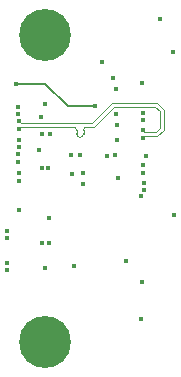
<source format=gbr>
%TF.GenerationSoftware,KiCad,Pcbnew,7.0.10*%
%TF.CreationDate,2024-02-01T11:04:59-05:00*%
%TF.ProjectId,quad_payload_adapter,71756164-5f70-4617-996c-6f61645f6164,rev?*%
%TF.SameCoordinates,Original*%
%TF.FileFunction,Copper,L4,Inr*%
%TF.FilePolarity,Positive*%
%FSLAX46Y46*%
G04 Gerber Fmt 4.6, Leading zero omitted, Abs format (unit mm)*
G04 Created by KiCad (PCBNEW 7.0.10) date 2024-02-01 11:04:59*
%MOMM*%
%LPD*%
G01*
G04 APERTURE LIST*
%TA.AperFunction,ComponentPad*%
%ADD10C,4.400000*%
%TD*%
%TA.AperFunction,ViaPad*%
%ADD11C,0.400000*%
%TD*%
%TA.AperFunction,Conductor*%
%ADD12C,0.111760*%
%TD*%
%TA.AperFunction,Conductor*%
%ADD13C,0.127000*%
%TD*%
G04 APERTURE END LIST*
D10*
%TO.N,GND*%
%TO.C,H1*%
X96000000Y-87000000D03*
%TD*%
%TO.N,GND*%
%TO.C,H2*%
X96000000Y-113000000D03*
%TD*%
D11*
%TO.N,CAM1_C_P*%
X101244400Y-97256600D03*
%TO.N,GND*%
X95504000Y-96774000D03*
X96316800Y-102514400D03*
X96266000Y-98298000D03*
X95707200Y-98272600D03*
X104089200Y-100660200D03*
X102158800Y-99085400D03*
X104495600Y-97231200D03*
X102057200Y-95859600D03*
X101955600Y-93675200D03*
X101955600Y-91567000D03*
%TO.N,CAM_GPIO*%
X100203000Y-93040200D03*
%TO.N,+3.3V*%
X98425000Y-106578400D03*
%TO.N,+VIN_PROT_PAYLOAD*%
X102819200Y-106121200D03*
%TO.N,GND*%
X96393000Y-95402400D03*
X95681800Y-95427802D03*
X95631000Y-93980000D03*
X95961200Y-92837000D03*
X95961200Y-106705400D03*
X96342200Y-104597200D03*
X95681800Y-104597200D03*
X93751400Y-101803200D03*
%TO.N,CAM_GPIO*%
X93497400Y-91135200D03*
%TO.N,SCL0*%
X104165400Y-91059000D03*
%TO.N,SDA0*%
X101752400Y-90627200D03*
%TO.N,GND*%
X102031800Y-94589600D03*
%TO.N,CAM1_D2_N*%
X104241600Y-95728130D03*
%TO.N,CAM1_D2_P*%
X104241600Y-95076670D03*
%TO.N,CAM1_D3_N*%
X104292400Y-94229530D03*
%TO.N,CAM1_D3_P*%
X104292400Y-93578070D03*
%TO.N,CAM1_D3_N*%
X93687668Y-93074270D03*
%TO.N,CAM1_D3_P*%
X93687668Y-93725730D03*
%TO.N,CAM1_D0_P*%
X93799153Y-99325730D03*
%TO.N,CAM1_D0_N*%
X93799153Y-98674270D03*
%TO.N,CAM1_D1_P*%
X93692365Y-97725730D03*
%TO.N,CAM1_D1_N*%
X93692365Y-97074270D03*
%TO.N,CAM1_C_N*%
X93811211Y-95874270D03*
%TO.N,CAM1_C_P*%
X93811211Y-96525730D03*
%TO.N,CAM1_D2_N*%
X93770992Y-94274270D03*
%TO.N,CAM1_D2_P*%
X93770992Y-94925730D03*
%TO.N,CAM1_C_N*%
X101867665Y-97165729D03*
%TO.N,CAM1_D1_N*%
X104267000Y-98665730D03*
%TO.N,CAM1_D1_P*%
X104267000Y-98014270D03*
%TO.N,CAM1_D0_N*%
X104368600Y-100165729D03*
%TO.N,CAM1_D0_P*%
X104368600Y-99514269D03*
%TO.N,GND*%
X100830000Y-89330000D03*
X105750000Y-85640000D03*
X106850000Y-88420000D03*
X106930000Y-102250000D03*
X104120000Y-111010000D03*
X104170000Y-107950000D03*
X99187000Y-99644200D03*
%TO.N,USB2_SSTX+*%
X98300000Y-98790000D03*
%TO.N,USB2_SSTX-*%
X99190000Y-98656500D03*
%TO.N,USB2_SSRX+*%
X98210000Y-97200000D03*
%TO.N,USB2_SSRX-*%
X98970000Y-97136500D03*
%TO.N,ETH_PAYLOAD_TX_POSTMAG_N*%
X92730000Y-106886360D03*
%TO.N,ETH_PAYLOAD_TX_POSTMAG_P*%
X92730000Y-106313640D03*
%TO.N,ETH_PAYLOAD_RX_POSTMAG_N*%
X92786465Y-104191360D03*
%TO.N,ETH_PAYLOAD_RX_POSTMAG_P*%
X92786465Y-103618640D03*
%TD*%
D12*
%TO.N,CAM1_D2_P*%
X93915112Y-94781610D02*
X93770992Y-94925730D01*
X93915112Y-94781610D02*
X98342600Y-94781610D01*
X98642600Y-95366784D02*
X98642600Y-95081610D01*
X99242600Y-95081610D02*
X99242600Y-95366784D01*
X100115426Y-94781610D02*
X99542600Y-94781610D01*
X101802226Y-93094810D02*
X100115426Y-94781610D01*
X105309374Y-93094810D02*
X101802226Y-93094810D01*
X105685590Y-93471026D02*
X105309374Y-93094810D01*
X105685590Y-94869974D02*
X105685590Y-93471026D01*
X104241600Y-95076670D02*
X104385720Y-95220790D01*
X98642590Y-95081610D02*
G75*
G03*
X98342600Y-94781610I-299990J10D01*
G01*
X98642616Y-95366784D02*
G75*
G03*
X98942600Y-95666784I299984J-16D01*
G01*
X104385720Y-95220790D02*
X105334774Y-95220790D01*
X105334774Y-95220790D02*
X105685590Y-94869974D01*
X98942600Y-95666800D02*
G75*
G03*
X99242600Y-95366784I0J300000D01*
G01*
X99542600Y-94781600D02*
G75*
G03*
X99242600Y-95081610I0J-300000D01*
G01*
D13*
%TO.N,CAM_GPIO*%
X95986600Y-91135200D02*
X97891600Y-93040200D01*
X97891600Y-93040200D02*
X100203000Y-93040200D01*
X93497400Y-91135200D02*
X95986600Y-91135200D01*
D12*
%TO.N,CAM1_D2_N*%
X104385720Y-95584010D02*
X104241600Y-95728130D01*
X106048810Y-95020426D02*
X105485226Y-95584010D01*
X105459826Y-92731590D02*
X106048810Y-93320574D01*
X101651774Y-92731590D02*
X105459826Y-92731590D01*
X99964974Y-94418390D02*
X101651774Y-92731590D01*
X93915112Y-94418390D02*
X99964974Y-94418390D01*
X93770992Y-94274270D02*
X93915112Y-94418390D01*
X105485226Y-95584010D02*
X104385720Y-95584010D01*
X106048810Y-93320574D02*
X106048810Y-95020426D01*
%TD*%
M02*

</source>
